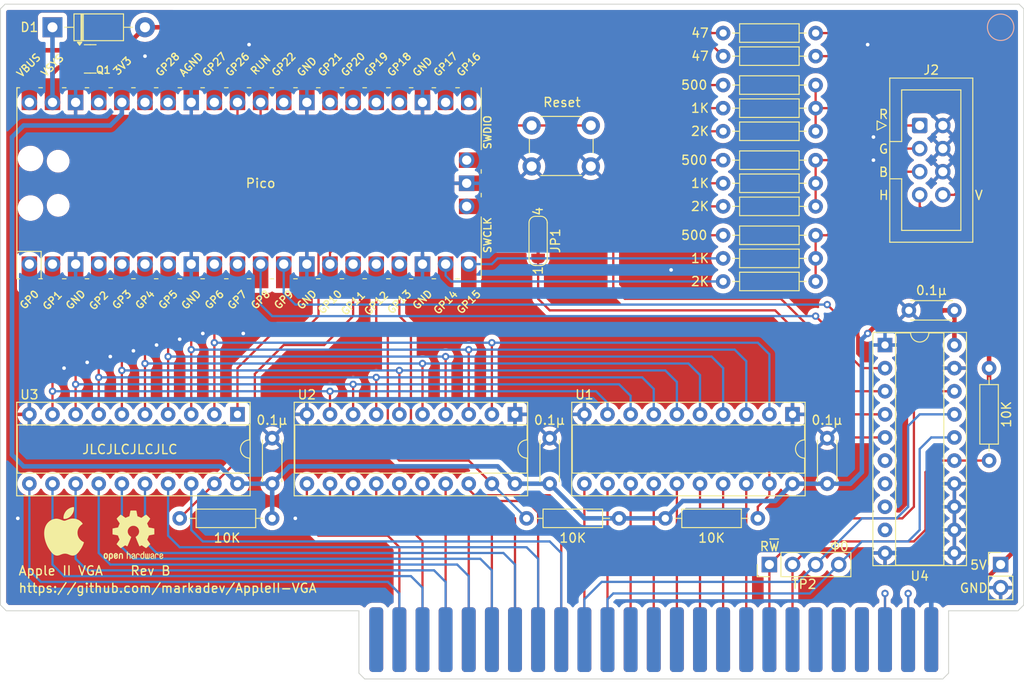
<source format=kicad_pcb>
(kicad_pcb (version 20240108) (generator "pcbnew") (generator_version "8.0")
  (title_block (title "Apple II VGA Card") (date "2023-09-09") (rev "B") (comment 1 "Licensed under CERN-OHL-P V2.0 (https://ohwr.org/cern_ohl_p_v2.txt)") (comment 2 "Copyright (c) 2021-2023 Mark Aikens"))
  (layers (0 "F.Cu" signal) (31 "B.Cu" signal) (35 "F.Paste" user) (37 "F.SilkS" user "F.Silkscreen") (38 "B.Mask" user) (39 "F.Mask" user) (44 "Edge.Cuts" user))
  (net 0 "")
  (net 1 "+5V")
  (net 2 "GND")
  (net 3 "+3.3V")
  (net 4 "~{DMAPASS}")
  (net 5 "~{INTPASS}")
  (net 6 "/DA0")
  (net 7 "/DA1")
  (net 8 "/DA2")
  (net 9 "/DA3")
  (net 10 "/DA4")
  (net 11 "/DA5")
  (net 12 "/DA6")
  (net 13 "/DA7")
  (net 14 "/VSYS")
  (net 16 "SYNC")
  (net 21 "PHI0")
  (net 22 "R~{W}")
  (net 23 "VGA_VSYNC")
  (net 24 "VGA_HSYNC")
  (net 25 "VGA_B")
  (net 26 "VGA_G")
  (net 27 "VGA_R")
  (net 38 "RUN")
  (net 40 "~{DEVSEL}")
  (net 41 "Net-(U6-GPIO22)")
  (net 42 "Net-(U6-GPIO21)")
  (net 43 "Net-(U6-GPIO20)")
  (net 44 "Net-(U6-GPIO19)")
  (net 45 "Net-(U6-GPIO18)")
  (net 46 "Net-(U6-GPIO17)")
  (net 47 "Net-(U6-GPIO16)")
  (net 48 "Net-(U6-GPIO15)")
  (net 49 "Net-(U6-GPIO14)")
  (net 50 "Net-(U6-GPIO28_ADC2)")
  (net 51 "Net-(U6-GPIO27_ADC1)")
  (net 52 "Net-(U1-CE)")
  (net 53 "Net-(U2-CE)")
  (net 54 "Net-(U3-CE)")
  (net 55 "Net-(U4-A0)")
  (net 56 "Net-(U4-A1)")
  (net 57 "Net-(JP1-Pin_2)")
  (net 60 "PHI0_3.3")
  (net 63 "/VBUS")
  (net 68 "/A8")
  (net 69 "/A9")
  (net 70 "/A10")
  (net 71 "/A11")
  (net 72 "/A12")
  (net 73 "/A13")
  (net 74 "/A14")
  (net 75 "/A15")
  (net 76 "/A0")
  (net 77 "/A1")
  (net 78 "/A2")
  (net 79 "/A3")
  (net 80 "/A4")
  (net 81 "/A5")
  (net 82 "/A6")
  (net 83 "/A7")
  (net 84 "/D0")
  (net 85 "/D1")
  (net 86 "/D2")
  (net 87 "/D3")
  (net 88 "/D4")
  (net 89 "/D5")
  (net 90 "/D6")
  (net 91 "/D7")
  (net 92 "Net-(JP1-Pin_3)")
  (net 93 "Net-(JP1-Pin_1)")
  (footprint "AppleVGA:AppleIIBus_Edge" (layer "F.Cu") (at 152.4 136.525)
    (property "Reference" "J1" (hide yes))
    (property "Value" "AppleIIBus" (hide yes))
    (fp_line (start -32.385 3.683) (end -32.385 -3.175) (stroke (width 0.1)) (layer "Edge.Cuts"))
    (fp_line (start -31.75 4.318) (end -32.385 3.683) (stroke (width 0.1)) (layer "Edge.Cuts"))
    (fp_line (start 31.75 4.318) (end -31.75 4.318) (stroke (width 0.1)) (layer "Edge.Cuts"))
    (fp_line (start 31.75 4.318) (end 32.385 3.683) (stroke (width 0.1)) (layer "Edge.Cuts"))
    (fp_line (start 32.385 -3.175) (end 32.385 3.683) (stroke (width 0.1)) (layer "Edge.Cuts"))
  )
  (footprint "AppleVGA:R_Axial_DIN0207_L6.3mm_D2.5mm_P10.16mm_Thin_Horizontal" (layer "F.Cu") (at 160.02 80.645)
    (property "Reference" "R6" (hide yes))
    (property "Value" "2K")
  )
  (footprint "AppleVGA:R_Axial_DIN0207_L6.3mm_D2.5mm_P10.16mm_Thin_Horizontal" (layer "F.Cu") (at 160.02 83.82)
    (property "Reference" "R7" (hide yes))
    (property "Value" "500")
  )
  (footprint "AppleVGA:R_Axial_DIN0207_L6.3mm_D2.5mm_P10.16mm_Thin_Horizontal" (layer "F.Cu") (at 160.02 72.39)
    (property "Reference" "R14" (hide yes))
    (property "Value" "47")
  )
  (footprint "AppleVGA:R_Axial_DIN0207_L6.3mm_D2.5mm_P10.16mm_Thin_Horizontal" (layer "F.Cu") (at 160.02 69.85)
    (property "Reference" "R13" (hide yes))
    (property "Value" "47")
  )
  (footprint "AppleVGA:R_Axial_DIN0207_L6.3mm_D2.5mm_P10.16mm_Thin_Horizontal" (layer "F.Cu") (at 160.02 94.615)
    (property "Reference" "R11" (hide yes))
    (property "Value" "1K")
  )
  (footprint "AppleVGA:R_Axial_DIN0207_L6.3mm_D2.5mm_P10.16mm_Thin_Horizontal" (layer "F.Cu") (at 160.02 97.155)
    (property "Reference" "R12" (hide yes))
    (property "Value" "2K")
  )
  (footprint "AppleVGA:R_Axial_DIN0207_L6.3mm_D2.5mm_P10.16mm_Thin_Horizontal" (layer "F.Cu") (at 160.02 92.075)
    (property "Reference" "R10" (hide yes))
    (property "Value" "500")
  )
  (footprint "AppleVGA:R_Axial_DIN0207_L6.3mm_D2.5mm_P10.16mm_Thin_Horizontal" (layer "F.Cu") (at 160.02 86.36)
    (property "Reference" "R8" (hide yes))
    (property "Value" "1K")
  )
  (footprint "AppleVGA:R_Axial_DIN0207_L6.3mm_D2.5mm_P10.16mm_Thin_Horizontal" (layer "F.Cu") (at 160.02 88.9)
    (property "Reference" "R9" (hide yes))
    (property "Value" "2K")
  )
  (footprint "MCU_RaspberryPi_and_Boards:RPi_Pico_SMD_TH" (layer "F.Cu") (at 107.95 86.36 90)
    (property "Reference" "U6" (hide yes))
    (property "Value" "Pico")
  )
  (footprint "Diode_THT:D_DO-41_SOD81_P10.16mm_Horizontal" (layer "F.Cu") (at 86.36 69.215)
    (property "Reference" "D1")
    (property "Value" "1N5817" (hide yes))
  )
  (footprint "Button_Switch_THT:SW_PUSH_6mm_H5mm" (layer "F.Cu") (at 138.99 80.01)
    (property "Reference" "SW1" (hide yes))
    (property "Value" "Reset")
  )
  (footprint "Package_DIP:DIP-20_W7.62mm_Socket" (layer "F.Cu") (at 167.64 111.76 -90)
    (property "Reference" "U1")
    (property "Value" "74LVC245" (hide yes))
  )
  (footprint "Package_DIP:DIP-20_W7.62mm_Socket" (layer "F.Cu") (at 106.68 111.76 -90)
    (property "Reference" "U3")
    (property "Value" "74LVC245" (hide yes))
  )
  (footprint "Package_DIP:DIP-20_W7.62mm_Socket" (layer "F.Cu") (at 137.16 111.76 -90)
    (property "Reference" "U2")
    (property "Value" "74LVC245" (hide yes))
  )
  (footprint "Package_DIP:DIP-20_W7.62mm_Socket" (layer "F.Cu") (at 177.8 104.14)
    (property "Reference" "U4")
    (property "Value" "74LVC245" (hide yes))
  )
  (footprint "Capacitor_THT:C_Disc_D4.3mm_W1.9mm_P5.00mm" (layer "F.Cu") (at 110.49 119.38 90)
    (property "Reference" "C3" (hide yes))
    (property "Value" "0.1μ")
  )
  (footprint "Capacitor_THT:C_Disc_D4.3mm_W1.9mm_P5.00mm" (layer "F.Cu") (at 171.45 119.38 90)
    (property "Reference" "C1" (hide yes))
    (property "Value" "0.1μ")
  )
  (footprint "Connector_IDC:IDC-Header_2x04_P2.54mm_Vertical" (layer "F.Cu") (at 181.61 80.01)
    (property "Reference" "J2")
    (property "Value" "VGA")
  )
  (footprint "AppleVGA:R_Axial_DIN0207_L6.3mm_D2.5mm_P10.16mm_Thin_Horizontal" (layer "F.Cu") (at 160.02 78.105)
    (property "Reference" "R5" (hide yes))
    (property "Value" "1K")
  )
  (footprint "AppleVGA:R_Axial_DIN0207_L6.3mm_D2.5mm_P10.16mm_Thin_Horizontal" (layer "F.Cu") (at 160.02 75.565)
    (property "Reference" "R4" (hide yes))
    (property "Value" "500")
  )
  (footprint "AppleVGA:R_Axial_DIN0207_L6.3mm_D2.5mm_P10.16mm_Thin_Horizontal" (layer "F.Cu") (at 153.67 123.19)
    (property "Reference" "R1" (hide yes))
    (property "Value" "10K")
  )
  (footprint "AppleVGA:SolderJumper-4_P1.3mm_Bridged12_34_RoundedPad1.0x1.5mm_NumberLabels" (layer "F.Cu") (at 139.7 93.345 90)
    (property "Reference" "JP1")
    (property "Value" "JumperPads" (hide yes))
  )
  (footprint "AppleVGA:R_Axial_DIN0207_L6.3mm_D2.5mm_P10.16mm_Thin_Horizontal" (layer "F.Cu") (at 189.23 106.68 -90)
    (property "Reference" "R15" (hide yes))
    (property "Value" "10K")
  )
  (footprint "Connector_PinHeader_2.54mm:PinHeader_1x02_P2.54mm_Vertical" (layer "F.Cu") (at 190.5 128.27)
    (property "Reference" "TP1" (hide yes))
    (property "Value" "PowerTestPoints" (hide yes))
  )
  (footprint "Capacitor_THT:C_Disc_D4.3mm_W1.9mm_P5.00mm" (layer "F.Cu") (at 140.97 119.38 90)
    (property "Reference" "C2" (hide yes))
    (property "Value" "0.1μ")
  )
  (footprint "Package_TO_SOT_SMD:SOT-23" (layer "F.Cu") (at 90.5025 72.6925)
    (property "Reference" "Q1")
    (property "Value" "DMG2305UX-7" (hide yes))
  )
  (footprint "AppleVGA:AppleLogo_5mm" (layer "F.Cu") (at 87.678318 120.612326)
    (property "Reference" "LOGO1" (hide yes))
    (property "Value" "AppleLogo_5mm" (hide yes))
  )
  (footprint "Connector_PinHeader_2.54mm:PinHeader_1x04_P2.54mm_Vertical" (layer "F.Cu") (at 165.1 128.27 90)
    (property "Reference" "TP2")
    (property "Value" "SignalTestPoints" (hide yes))
  )
  (footprint "AppleVGA:R_Axial_DIN0207_L6.3mm_D2.5mm_P10.16mm_Thin_Horizontal" (layer "F.Cu") (at 110.49 123.19 180)
    (property "Reference" "R3" (hide yes))
    (property "Value" "10K")
  )
  (footprint "Capacitor_THT:C_Disc_D4.3mm_W1.9mm_P5.00mm" (layer "F.Cu") (at 185.42 100.33 180)
    (property "Reference" "C4" (hide yes))
    (property "Value" "0.1μ")
  )
  (footprint "Symbol:OSHW-Logo2_7.3x6mm_SilkScreen" (layer "F.Cu") (at 95.25 125.095)
    (property "Reference" "REF**" (hide yes))
    (property "Value" "OSHW-Logo2_7.3x6mm_SilkScreen" (hide yes))
  )
  (footprint "AppleVGA:R_Axial_DIN0207_L6.3mm_D2.5mm_P10.16mm_Thin_Horizontal" (layer "F.Cu") (at 148.59 123.19 180)
    (property "Reference" "R2" (hide yes))
    (property "Value" "10K")
  )
  (footprint "TestPoint:TestPoint_Pad_D2.5mm" (layer "B.Cu") (at 190.5 69.215 180)
    (property "Reference" "REF**" (hide yes))
    (property "Value" "TestPoint_Pad_D2.5mm")
  )
  (gr_line (start 193.04 132.715) (end 193.04 67.183) (stroke (width 0.1)) (layer "Edge.Cuts"))
  (gr_line (start 192.532 66.675) (end 81.153 66.675) (stroke (width 0.1)) (layer "Edge.Cuts"))
  (gr_line (start 81.28 133.35) (end 120.015 133.35) (stroke (width 0.1)) (layer "Edge.Cuts"))
  (gr_line (start 184.785 133.35) (end 192.405 133.35) (stroke (width 0.1)) (layer "Edge.Cuts"))
  (gr_line (start 81.153 66.675) (end 80.645 67.183) (stroke (width 0.1)) (layer "Edge.Cuts"))
  (gr_line (start 192.532 66.675) (end 193.04 67.183) (stroke (width 0.1)) (layer "Edge.Cuts"))
  (gr_line (start 80.645 132.715) (end 81.28 133.35) (stroke (width 0.1)) (layer "Edge.Cuts"))
  (gr_line (start 192.405 133.35) (end 193.04 132.715) (stroke (width 0.1)) (layer "Edge.Cuts"))
  (gr_line (start 80.645 67.183) (end 80.645 132.715) (stroke (width 0.1)) (layer "Edge.Cuts"))
  (gr_text "GND" (at 185.928 131.445 0) (layer "F.SilkS") (effects (font (size 1 1)) (justify left bottom)))
  (gr_text "R" (at 177.038 79.375 0) (layer "F.SilkS") (effects (font (size 1 1)) (justify left bottom)))
  (gr_text "Apple II VGA    Rev B" (at 82.55 129.54 0) (layer "F.SilkS") (effects (font (size 1 1)) (justify left bottom)))
  (gr_text "V" (at 187.579 88.265 0) (layer "F.SilkS") (effects (font (size 1 1)) (justify left bottom)))
  (gr_text "JLCJLCJLCJLC" (at 89.535 116.205 0) (layer "F.SilkS") (effects (font (size 1.016 1.016) (thickness 0.1524)) (justify left bottom)))
  (gr_text "H" (at 177.038 88.265 0) (layer "F.SilkS") (effects (font (size 1 1)) (justify left bottom)))
  (gr_text "G" (at 177.038 83.185 0) (layer "F.SilkS") (effects (font (size 1 1)) (justify left bottom)))
  (gr_text "5V" (at 187.071 128.905 0) (layer "F.SilkS") (effects (font (size 1 1)) (justify left bottom)))
  (gr_text "R~{W}" (at 163.957 126.873 0) (layer "F.SilkS") (effects (font (size 1 1)) (justify left bottom)))
  (gr_text "B" (at 177.038 85.725 0) (layer "F.SilkS") (effects (font (size 1 1)) (justify left bottom)))
  (gr_text "https://github.com/markadev/AppleII-VGA" (at 82.55 131.445 0) (layer "F.SilkS") (effects (font (size 1 1)) (justify left bottom)))
  (gr_text "Φ0" (at 171.704 126.873 0) (layer "F.SilkS") (effects (font (size 1 1)) (justify left bottom)))
  (segment (start 189.23 104.775) (end 191.77 102.235) (width 0.5) (layer "F.Cu") (net 1))
  (segment (start 182.88 132.08) (end 182.88 136.525) (width 0.5) (layer "F.Cu") (net 1))
  (segment (start 91.44 72.6925) (end 93.0425 72.6925) (width 0.5) (layer "F.Cu") (net 1))
  (segment (start 190.5 128.27) (end 187.96 130.81) (width 0.5) (layer "F.Cu") (net 1))
  (segment (start 191.77 127) (end 190.5 128.27) (width 0.5) (layer "F.Cu") (net 1))
  (segment (start 191.77 73.025) (end 191.77 102.235) (width 0.5) (layer "F.Cu") (net 1))
  (segment (start 191.77 111.125) (end 191.77 127) (width 0.5) (layer "F.Cu") (net 1))
  (segment (start 186.69 67.945) (end 191.77 73.025) (width 0.5) (layer "F.Cu") (net 1))
  (segment (start 184.15 130.81) (end 182.88 132.08) (width 0.5) (layer "F.Cu") (net 1))
  (segment (start 189.23 106.68) (end 189.23 104.775) (width 0.5) (layer "F.Cu") (net 1))
  (segment (start 100.33 67.945) (end 186.69 67.945) (width 0.5) (layer "F.Cu") (net 1))
  (segment (start 93.0425 72.6925) (end 96.52 69.215) (width 0.5) (layer "F.Cu") (net 1))
  (segment (start 189.23 106.68) (end 189.23 108.585) (width 0.5) (layer "F.Cu") (net 1))
  (segment (start 189.23 108.585) (end 191.77 111.125) (width 0.5) (layer "F.Cu") (net 1))
  (segment (start 96.52 69.215) (end 99.06 69.215) (width 0.5) (layer "F.Cu") (net 1))
  (segment (start 187.96 130.81) (end 184.15 130.81) (width 0.5) (layer "F.Cu") (net 1))
  (segment (start 99.06 69.215) (end 100.33 67.945) (width 0.5) (layer "F.Cu") (net 1))
  (via (at 176.53 81.28) (size 0.8) (drill 0.4) (layers "F.Cu" "B.Cu") (net 2))
  (via (at 97.79 104.14) (size 0.8) (drill 0.4) (layers "F.Cu" "B.Cu") (net 2))
  (via (at 154.305 95.885) (size 0.8) (drill 0.4) (layers "F.Cu" "B.Cu") (net 2))
  (via (at 113.03 123.19) (size 0.8) (drill 0.4) (layers "F.Cu" "B.Cu") (net 2))
  (via (at 102.87 102.87) (size 0.8) (drill 0.4) (layers "F.Cu" "B.Cu") (net 2))
  (via (at 92.71 105.41) (size 0.8) (drill 0.4) (layers "F.Cu" "B.Cu") (net 2))
  (via (at 100.33 103.505) (size 0.8) (drill 0.4) (layers "F.Cu" "B.Cu") (net 2))
  (via (at 90.17 106.045) (size 0.8) (drill 0.4) (layers "F.Cu" "B.Cu") (net 2))
  (via (at 82.55 123.19) (size 0.8) (drill 0.4) (layers "F.Cu" "B.Cu") (net 2))
  (via (at 87.63 106.68) (size 0.8) (drill 0.4) (layers "F.Cu" "B.Cu") (net 2))
  (via (at 175.895 71.12) (size 0.8) (drill 0.4) (layers "F.Cu" "B.Cu") (net 2))
  (via (at 176.53 83.82) (size 0.8) (drill 0.4) (layers "F.Cu" "B.Cu") (net 2))
  (via (at 95.25 104.775) (size 0.8) (drill 0.4) (layers "F.Cu" "B.Cu") (net 2))
  (via (at 96.52 72.39) (size 0.8) (drill 0.4) (layers "F.Cu" "B.Cu") (net 2))
  (via (at 107.315 102.87) (size 0.8) (drill 0.4) (layers "F.Cu" "B.Cu") (net 2))
  (via (at 107.95 71.12) (size 0.8) (drill 0.4) (layers "F.Cu" "B.Cu") (net 2))
  (segment (start 182.88 137.16) (end 182.88 130.175) (width 0.5) (layer "B.Cu") (net 2))
  (segment (start 182.88 130.175) (end 179.705 127) (width 0.5) (layer "B.Cu") (net 2))
  (segment (start 179.705 127) (end 177.8 127) (width 0.5) (layer "B.Cu") (net 2))
  (segment (start 176.53 102.235) (end 175.895 102.87) (width 0.5) (layer "F.Cu") (net 3))
  (segment (start 185.42 100.33) (end 185.42 104.14) (width 0.5) (layer "F.Cu") (net 3))
  (segment (start 184.15 100.33) (end 185.42 100.33) (width 0.5) (layer "F.Cu") (net 3))
  (segment (start 182.245 102.235) (end 176.53 102.235) (width 0.5) (layer "F.Cu") (net 3))
  (segment (start 182.245 102.235) (end 184.15 100.33) (width 0.5) (layer "F.Cu") (net 3))
  (via (at 175.895 102.87) (size 0.8) (drill 0.4) (layers "F.Cu" "B.Cu") (net 3))
  (segment (start 135.255 117.475) (end 137.16 119.38) (width 0.5) (layer "B.Cu") (net 3))
  (segment (start 171.45 119.38) (end 173.99 119.38) (width 0.5) (layer "B.Cu") (net 3))
  (segment (start 81.915 81.28) (end 81.915 116.205) (width 0.5) (layer "B.Cu") (net 3))
  (segment (start 140.97 119.38) (end 144.78 123.19) (width 0.5) (layer "B.Cu") (net 3))
  (segment (start 153.67 123.19) (end 155.575 121.285) (width 0.5) (layer "B.Cu") (net 3))
  (segment (start 171.45 119.38) (end 167.64 119.38) (width 0.5) (layer "B.Cu") (net 3))
  (segment (start 175.26 118.11) (end 175.26 103.505) (width 0.5) (layer "B.Cu") (net 3))
  (segment (start 137.16 119.38) (end 140.97 119.38) (width 0.5) (layer "B.Cu") (net 3))
  (segment (start 173.99 119.38) (end 175.26 118.11) (width 0.5) (layer "B.Cu") (net 3))
  (segment (start 83.185 80.01) (end 81.915 81.28) (width 0.5) (layer "B.Cu") (net 3))
  (segment (start 175.26 103.505) (end 175.895 102.87) (width 0.5) (layer "B.Cu") (net 3))
  (segment (start 104.775 117.475) (end 106.68 119.38) (width 0.5) (layer "B.Cu") (net 3))
  (segment (start 144.78 123.19) (end 153.67 123.19) (width 0.5) (layer "B.Cu") (net 3))
  (segment (start 93.98 78.74) (end 92.71 80.01) (width 0.5) (layer "B.Cu") (net 3))
  (segment (start 93.98 77.47) (end 93.98 78.74) (width 0.5) (layer "B.Cu") (net 3))
  (segment (start 83.185 117.475) (end 104.775 117.475) (width 0.5) (layer "B.Cu") (net 3))
  (segment (start 81.915 116.205) (end 83.185 117.475) (width 0.5) (layer "B.Cu") (net 3))
  (segment (start 110.49 119.38) (end 112.395 117.475) (width 0.5) (layer "B.Cu") (net 3))
  (segment (start 167.64 119.38) (end 165.735 121.285) (width 0.5) (layer "B.Cu") (net 3))
  (segment (start 165.735 121.285) (end 155.575 121.285) (width 0.5) (layer "B.Cu") (net 3))
  (segment (start 110.49 119.38) (end 106.68 119.38) (width 0.5) (layer "B.Cu") (net 3))
  (segment (start 110.49 119.38) (end 110.49 123.19) (width 0.5) (layer "B.Cu") (net 3))
  (segment (start 112.395 117.475) (end 135.255 117.475) (width 0.5) (layer "B.Cu") (net 3))
  (segment (start 92.71 80.01) (end 83.185 80.01) (width 0.5) (layer "B.Cu") (net 3))
  (segment (start 180.34 137.16) (end 180.34 131.445) (width 0.25) (layer "F.Cu") (net 4))
  (via (at 180.34 131.445) (size 0.8) (drill 0.4) (layers "F.Cu" "B.Cu") (net 4))
  (segment (start 180.34 137.16) (end 180.34 131.445) (width 0.25) (layer "B.Cu") (net 4))
  (segment (start 177.8 137.16) (end 177.8 131.445) (width 0.25) (layer "F.Cu") (net 5))
  (via (at 177.8 131.445) (size 0.8) (drill 0.4) (layers "F.Cu" "B.Cu") (net 5))
  (segment (start 177.8 137.16) (end 177.8 131.445) (width 0.25) (layer "B.Cu") (net 5))
  (segment (start 83.82 95.25) (end 83.82 100.33) (width 0.25) (layer "F.Cu") (net 6))
  (segment (start 86.36 109.22) (end 86.36 111.76) (width 0.25) (layer "F.Cu") (net 6))
  (segment (start 86.36 102.87) (end 83.82 100.33) (width 0.25) (layer "F.Cu") (net 6))
  (segment (start 116.84 111.76) (end 116.84 109.22) (width 0.25) (layer "F.Cu") (net 6))
  (segment (start 86.36 109.22) (end 86.36 102.87) (width 0.25) (layer "F.Cu") (net 6))
  (via (at 116.84 109.22) (size 0.8) (drill 0.4) (layers "F.Cu" "B.Cu") (net 6))
  (via (at 86.36 109.22) (size 0.8) (drill 0.4) (layers "F.Cu" "B.Cu") (net 6))
  (segment (start 86.36 109.22) (end 116.84 109.22) (width 0.25) (layer "B.Cu") (net 6))
  (segment (start 116.84 109.22) (end 146.05 109.22) (width 0.25) (layer "B.Cu") (net 6))
  (segment (start 147.32 110.49) (end 147.32 111.76) (width 0.25) (layer "B.Cu") (net 6))
  (segment (start 146.05 109.22) (end 147.32 110.49) (width 0.25) (layer "B.Cu") (net 6))
  (segment (start 86.36 95.25) (end 86.36 99.695) (width 0.25) (layer "F.Cu") (net 7))
  (segment (start 88.9 111.76) (end 88.9 102.235) (width 0.25) (layer "F.Cu") (net 7))
  (segment (start 88.9 102.235) (end 86.36 99.695) (width 0.25) (layer "F.Cu") (net 7))
  (segment (start 119.38 108.458) (end 119.38 111.76) (width 0.25) (layer "F.Cu") (net 7))
  (via (at 119.38 108.458) (size 0.8) (drill 0.4) (layers "F.Cu" "B.Cu") (net 7))
  (via (at 88.9 108.458) (size 0.8) (drill 0.4) (layers "F.Cu" "B.Cu") (net 7))
  (segment (start 148.59 108.458) (end 149.86 109.728) (width 0.25) (layer "B.Cu") (net 7))
  (segment (start 119.38 108.458) (end 148.59 108.458) (width 0.25) (layer "B.Cu") (net 7))
  (segment (start 88.9 108.458) (end 119.38 108.458) (width 0.25) (layer "B.Cu") (net 7))
  (segment (start 149.86 109.728) (end 149.86 111.76) (width 0.25) (layer "B.Cu") (net 7))
  (segment (start 121.92 107.696) (end 121.92 111.76) (width 0.25) (layer "F.Cu") (net 8))
  (segment (start 91.44 111.76) (end 91.44 95.25) (width 0.25) (layer "F.Cu") (net 8))
  (via (at 121.92 107.696) (size 0.8) (drill 0.4) (layers "F.Cu" "B.Cu") (net 8))
  (via (at 91.44 107.696) (size 0.8) (drill 0.4) (layers "F.Cu" "B.Cu") (net 8))
  (segment (start 121.92 107.696) (end 151.13 107.696) (width 0.25) (layer "B.Cu") (net 8))
  (segment (start 151.13 107.696) (end 152.4 108.966) (width 0.25) (layer "B.Cu") (net 8))
  (segment (start 91.44 107.696) (end 121.92 107.696) (width 0.25) (layer "B.Cu") (net 8))
  (segment (start 152.4 108.966) (end 152.4 111.76) (width 0.25) (layer "B.Cu") (net 8))
  (segment (start 93.98 111.76) (end 93.98 95.25) (width 0.25) (layer "F.Cu") (net 9))
  (segment (start 124.46 106.934) (end 124.46 111.76) (width 0.25) (layer "F.Cu") (net 9))
  (via (at 93.98 106.934) (size 0.8) (drill 0.4) (layers "F.Cu" "B.Cu") (net 9))
  (via (at 124.46 106.934) (size 0.8) (drill 0.4) (layers "F.Cu" "B.Cu") (net 9))
  (segment (start 124.46 106.934) (end 153.67 106.934) (width 0.25) (layer "B.Cu") (net 9))
  (segment (start 93.98 106.934) (end 124.46 106.934) (width 0.25) (layer "B.Cu") (net 9))
  (segment (start 153.67 106.934) (end 154.94 108.204) (width 0.25) (layer "B.Cu") (net 9))
  (segment (start 154.94 108.204) (end 154.94 111.76) (width 0.25) (layer "B.Cu") (net 9))
  (segment (start 96.52 111.76) (end 96.52 95.25) (width 0.25) (layer "F.Cu") (net 10))
  (segment (start 127 106.172) (end 127 111.76) (width 0.25) (layer "F.Cu") (net 10))
  (via (at 127 106.172) (size 0.8) (drill 0.4) (layers "F.Cu" "B.Cu") (net 10))
  (via (at 96.52 106.172) (size 0.8) (drill 0.4) (layers "F.Cu" "B.Cu") (net 10))
  (segment (start 96.52 106.172) (end 127 106.172) (width 0.25) (layer "B.Cu") (net 10))
  (segment (start 127 106.172) (end 156.21 106.172) (width 0.25) (layer "B.Cu") (net 10))
  (segment (start 156.21 106.172) (end 157.48 107.442) (width 0.25) (layer "B.Cu") (net 10))
  (segment (start 157.48 107.442) (end 157.48 111.76) (width 0.25) (layer "B.Cu") (net 10))
  (segment (start 129.54 105.41) (end 129.54 111.76) (width 0.25) (layer "F.Cu") (net 11))
  (segment (start 99.06 111.76) (end 99.06 95.25) (width 0.25) (layer "F.Cu") (net 11))
  (via (at 99.06 105.41) (size 0.8) (drill 0.4) (layers "F.Cu" "B.Cu") (net 11))
  (via (at 129.54 105.41) (size 0.8) (drill 0.4) (layers "F.Cu" "B.Cu") (net 11))
  (segment (start 158.75 105.41) (end 160.02 106.68) (width 0.25) (layer "B.Cu") (net 11))
  (segment (start 129.54 105.41) (end 158.75 105.41) (width 0.25) (layer "B.Cu") (net 11))
  (segment (start 160.02 106.68) (end 160.02 111.76) (width 0.25) (layer "B.Cu") (net 11))
  (segment (start 99.06 105.41) (end 129.54 105.41) (width 0.25) (layer "B.Cu") (net 11))
  (segment (start 132.08 104.648) (end 132.08 111.76) (width 0.25) (layer "F.Cu") (net 12))
  (segment (start 104.14 95.25) (end 104.14 99.695) (width 0.25) (layer "F.Cu") (net 12))
  (segment (start 101.6 111.76) (end 101.6 104.648) (width 0.25) (layer "F.Cu") (net 12))
  (segment (start 104.14 99.695) (end 101.6 102.235) (width 0.25) (layer "F.Cu") (net 12))
  (segment (start 101.6 102.235) (end 101.6 104.648) (width 0.25) (layer "F.Cu") (net 12))
  (via (at 101.6 104.648) (size 0.8) (drill 0.4) (layers "F.Cu" "B.Cu") (net 12))
  (via (at 132.08 104.648) (size 0.8) (drill 0.4) (layers "F.Cu" "B.Cu") (net 12))
  (segment (start 162.56 105.918) (end 162.56 111.76) (width 0.25) (layer "B.Cu") (net 12))
  (segment (start 132.08 104.648) (end 161.29 104.648) (width 0.25) (layer "B.Cu") (net 12))
  (segment (start 161.29 104.648) (end 162.56 105.918) (width 0.25) (layer "B.Cu") (net 12))
  (segment (start 101.6 104.648) (end 132.08 104.648) (width 0.25) (layer "B.Cu") (net 12))
  (segment (start 134.62 103.886) (end 134.62 111.76) (width 0.25) (layer "F.Cu") (net 13))
  (segment (start 104.14 102.87) (end 104.14 103.886) (width 0.25) (layer "F.Cu") (net 13))
  (segment (start 106.68 100.33) (end 106.68 95.25) (width 0.25) (layer "F.Cu") (net 13))
  (segment (start 104.14 111.76) (end 104.14 103.886) (width 0.25) (layer "F.Cu") (net 13))
  (segment (start 104.14 102.87) (end 106.68 100.33) (width 0.25) (layer "F.Cu") (net 13))
  (via (at 134.62 103.886) (size 0.8) (drill 0.4) (layers "F.Cu" "B.Cu") (net 13))
  (via (at 104.14 103.886) (size 0.8) (drill 0.4) (layers "F.Cu" "B.Cu") (net 13))
  (segment (start 104.14 103.886) (end 134.62 103.886) (width 0.25) (layer "B.Cu") (net 13))
  (segment (start 134.62 103.886) (end 163.83 103.886) (width 0.25) (layer "B.Cu") (net 13))
  (segment (start 165.1 105.156) (end 165.1 111.76) (width 0.25) (layer "B.Cu") (net 13))
  (segment (start 163.83 103.886) (end 165.1 105.156) (width 0.25) (layer "B.Cu") (net 13))
  (segment (start 87.0125 73.6425) (end 86.36 74.295) (width 0.5) (layer "F.Cu") (net 14))
  (segment (start 89.565 73.6425) (end 87.0125 73.6425) (width 0.5) (layer "F.Cu") (net 14))
  (segment (start 86.36 74.295) (end 86.36 77.47) (width 0.5) (layer "F.Cu") (net 14))
  (segment (start 86.36 69.215) (end 86.36 77.47) (width 0.5) (layer "B.Cu") (net 14))
  (segment (start 167.64 128.27) (end 170.18 125.73) (width 0.25) (layer "F.Cu") (net 16))
  (segment (start 183.515 116.84) (end 185.42 116.84) (width 0.25) (layer "F.Cu") (net 16))
  (segment (start 182.245 124.46) (end 182.245 118.11) (width 0.25) (layer "F.Cu") (net 16))
  (segment (start 182.245 118.11) (end 183.515 116.84) (width 0.25) (layer "F.Cu") (net 16))
  (segment (start 189.23 116.84) (end 185.42 116.84) (width 0.25) (layer "F.Cu") (net 16))
  (segment (start 167.64 136.525) (end 167.64 128.27) (width 0.25) (layer "F.Cu") (net 16))
  (segment (start 180.975 125.73) (end 182.245 124.46) (width 0.25) (layer "F.Cu") (net 16))
  (segment (start 170.18 125.73) (end 180.975 125.73) (width 0.25) (layer "F.Cu") (net 16))
  (segment (start 147.955 131.445) (end 147.32 132.08) (width 0.25) (layer "B.Cu") (net 21))
  (segment (start 169.545 131.445) (end 147.955 131.445) (width 0.25) (layer "B.Cu") (net 21))
  (segment (start 180.34 125.73) (end 181.61 124.46) (width 0.25) (layer "B.Cu") (net 21))
  (segment (start 172.72 128.27) (end 169.545 131.445) (width 0.25) (layer "B.Cu") (net 21))
  (segment (start 182.88 114.3) (end 185.42 114.3) (width 0.25) (layer "B.Cu") (net 21))
  (segment (start 175.26 125.73) (end 180.34 125.73) (width 0.25) (layer "B.Cu") (net 21))
  (segment (start 147.32 132.08) (end 147.32 137.16) (width 0.25) (layer "B.Cu") (net 21))
  (segment (start 172.72 128.27) (end 175.26 125.73) (width 0.25) (layer "B.Cu") (net 21))
  (segment (start 181.61 124.46) (end 181.61 115.57) (width 0.25) (layer "B.Cu") (net 21))
  (segment (start 181.61 115.57) (end 182.88 114.3) (width 0.25) (layer "B.Cu") (net 21))
  (segment (start 165.1 128.27) (end 170.18 123.19) (width 0.25) (layer "F.Cu") (net 22))
  (segment (start 165.1 136.525) (end 165.1 128.27) (width 0.25) (layer "F.Cu") (net 22))
  (segment (start 179.705 123.19) (end 180.975 121.92) (width 0.25) (layer "F.Cu") (net 22))
  (segment (start 170.18 123.19) (end 179.705 123.19) (width 0.25) (layer "F.Cu") (net 22))
  (segment (start 180.975 110.49) (end 182.245 109.22) (width 0.25) (layer "F.Cu") (net 22))
  (segment (start 182.245 109.22) (end 185.42 109.22) (width 0.25) (layer "F.Cu") (net 22))
  (segment (start 180.975 121.92) (end 180.975 110.49) (width 0.25) (layer "F.Cu") (net 22))
  (segment (start 186.69 75.565) (end 186.69 86.36) (width 0.25) (layer "F.Cu") (net 23))
  (segment (start 170.18 72.39) (end 183.515 72.39) (width 0.25) (layer "F.Cu") (net 23))
  (segment (start 183.515 72.39) (end 186.69 75.565) (width 0.25) (layer "F.Cu") (net 23))
  (segment (start 186.69 86.36) (end 185.42 87.63) (width 0.25) (layer "F.Cu") (net 23))
  (segment (start 185.42 87.63) (end 184.15 87.63) (width 0.25) (layer "F.Cu") (net 23))
  (segment (start 181.61 88.9) (end 182.88 90.17) (width 0.25) (layer "F.Cu") (net 24))
  (segment (start 181.61 87.63) (end 181.61 88.9) (width 0.25) (layer "F.Cu") (net 24))
  (segment (start 189.23 87.63) (end 189.23 74.295) (width 0.25) (layer "F.Cu") (net 24))
  (segment (start 182.88 90.17) (end 186.69 90.17) (width 0.25) (layer "F.Cu") (net 24))
  (segment (start 184.785 69.85) (end 170.18 69.85) (width 0.25) (layer "F.Cu") (net 24))
  (segment (start 184.785 69.85) (end 189.23 74.295) (width 0.25) (layer "F.Cu") (net 24))
  (segment (start 186.69 90.17) (end 189.23 87.63) (width 0.25) (layer "F.Cu") (net 24))
  (segment (start 178.435 85.09) (end 181.61 85.09) (width 0.25) (layer "F.Cu") (net 25))
  (segment (start 170.18 94.615) (end 170.18 97.155) (width 0.25) (layer "F.Cu") (net 25))
  (segment (start 170.18 92.075) (end 170.18 94.615) (width 0.25) (layer "F.Cu") (net 25))
  (segment (start 171.45 92.075) (end 178.435 85.09) (width 0.25) (layer "F.Cu") (net 25))
  (segment (start 170.18 92.075) (end 171.45 92.075) (width 0.25) (layer "F.Cu") (net 25))
  (segment (start 173.99 83.82) (end 175.26 82.55) (width 0.25) (layer "F.Cu") (net 26))
  (segment (start 170.18 83.82) (end 170.18 86.36) (width 0.25) (layer "F.Cu") (net 26))
  (segment (start 170.18 86.36) (end 170.18 88.9) (width 0.25) (layer "F.Cu") (net 26))
  (segment (start 170.18 83.82) (end 173.99 83.82) (width 0.25) (layer "F.Cu") (net 26))
  (segment (start 175.26 82.55) (end 181.61 82.55) (width 0.25) (layer "F.Cu") (net 26))
  (segment (start 170.18 78.105) (end 170.18 80.645) (width 0.25) (layer "F.Cu") (net 27))
  (segment (start 170.18 75.565) (end 170.18 78.105) (width 0.25) (layer "F.Cu") (net 27))
  (segment (start 170.18 78.105) (end 174.625 78.105) (width 0.25) (layer "F.Cu") (net 27))
  (segment (start 174.625 78.105) (end 176.53 80.01) (width 0.25) (layer "F.Cu") (net 27))
  (segment (start 176.53 80.01) (end 181.61 80.01) (width 0.25) (layer "F.Cu") (net 27))
  (segment (start 138.99 80.01) (end 145.49 80.01) (width 0.25) (layer "F.Cu") (net 38))
  (segment (start 109.22 79.085) (end 110.145 80.01) (width 0.25) (layer "F.Cu") (net 38))
  (segment (start 138.99 80.01) (end 110.145 80.01) (width 0.25) (layer "F.Cu") (net 38))
  (segment (start 109.22 77.47) (end 109.22 79.085) (width 0.25) (layer "F.Cu") (net 38))
  (segment (start 170.18 128.27) (end 168.275 130.175) (width 0.25) (layer "B.Cu") (net 40))
  (segment (start 170.18 128.27) (end 175.26 123.19) (width 0.25) (layer "B.Cu") (net 40))
  (segment (start 146.685 130.175) (end 144.78 132.08) (width 0.25) (layer "B.Cu") (net 40))
  (segment (start 180.34 121.92) (end 180.34 113.03) (width 0.25) (layer "B.Cu") (net 40))
  (segment (start 181.61 111.76) (end 185.42 111.76) (width 0.25) (layer "B.Cu") (net 40))
  (segment (start 180.34 113.03) (end 181.61 111.76) (width 0.25) (layer "B.Cu") (net 40))
  (segment (start 168.275 130.175) (end 146.685 130.175) (width 0.25) (layer "B.Cu") (net 40))
  (segment (start 179.07 123.19) (end 180.34 121.92) (width 0.25) (layer "B.Cu") (net 40))
  (segment (start 175.26 123.19) (end 179.07 123.19) (width 0.25) (layer "B.Cu") (net 40))
  (segment (start 144.78 132.08) (end 144.78 137.16) (width 0.25) (layer "B.Cu") (net 40))
  (segment (start 111.76 71.755) (end 113.03 70.485) (width 0.25) (layer "F.Cu") (net 41))
  (segment (start 156.845 74.295) (end 156.845 71.755) (width 0.25) (layer "F.Cu") (net 41))
  (segment (start 111.76 77.47) (end 111.76 71.755) (width 0.25) (layer "F.Cu") (net 41))
  (segment (start 156.845 71.755) (end 155.575 70.485) (width 0.25) (layer "F.Cu") (net 41))
  (segment (start 155.575 70.485) (end 113.03 70.485) (width 0.25) (layer "F.Cu") (net 41))
  (segment (start 160.02 75.565) (end 158.115 75.565) (width 0.25) (layer "F.Cu") (net 41))
  (segment (start 158.115 75.565) (end 156.845 74.295) (width 0.25) (layer "F.Cu") (net 41))
  (segment (start 157.48 78.105) (end 160.02 78.105) (width 0.25) (layer "F.Cu") (net 42))
  (segment (start 116.84 72.39) (end 118.11 71.12) (width 0.25) (layer "F.Cu") (net 42))
  (segment (start 154.94 71.12) (end 156.21 72.39) (width 0.25) (layer "F.Cu") (net 42))
  (segment (start 156.21 76.835) (end 157.48 78.105) (width 0.25) (layer "F.Cu") (net 42))
  (segment (start 116.84 77.47) (end 116.84 72.39) (width 0.25) (layer "F.Cu") (net 42))
  (segment (start 156.21 72.39) (end 156.21 76.835) (width 0.25) (layer "F.Cu") (net 42))
  (segment (start 118.11 71.12) (end 154.94 71.12) (width 0.25) (layer "F.Cu") (net 42))
  (segment (start 120.65 71.755) (end 154.305 71.755) (width 0.25) (layer "F.Cu") (net 43))
  (segment (start 155.575 79.375) (end 155.575 73.025) (width 0.25) (layer "F.Cu") (net 43))
  (segment (start 119.38 73.025) (end 120.65 71.755) (width 0.25) (layer "F.Cu") (net 43))
  (segment (start 119.38 77.47) (end 119.38 73.025) (width 0.25) (layer "F.Cu") (net 43))
  (segment (start 155.575 73.025) (end 154.305 71.755) (width 0.25) (layer "F.Cu") (net 43))
  (segment (start 156.845 80.645) (end 155.575 79.375) (width 0.25) (layer "F.Cu") (net 43))
  (segment (start 160.02 80.645) (end 156.845 80.645) (width 0.25) (layer "F.Cu") (net 43))
  (segment (start 153.67 82.55) (end 153.67 73.66) (width 0.25) (layer "F.Cu") (net 44))
  (segment (start 154.94 83.82) (end 153.67 82.55) (width 0.25) (layer "F.Cu") (net 44))
  (segment (start 123.19 72.39) (end 121.92 73.66) (width 0.25) (layer "F.Cu") (net 44))
  (segment (start 160.02 83.82) (end 154.94 83.82) (width 0.25) (layer "F.Cu") (net 44))
  (segment (start 153.67 73.66) (end 152.4 72.39) (width 0.25) (layer "F.Cu") (net 44))
  (segment (start 152.4 72.39) (end 123.19 72.39) (width 0.25) (layer "F.Cu") (net 44))
  (segment (start 121.92 73.66) (end 121.92 77.47) (width 0.25) (layer "F.Cu") (net 44))
  (segment (start 151.765 73.025) (end 153.035 74.295) (width 0.25) (layer "F.Cu") (net 45))
  (segment (start 124.46 77.47) (end 124.46 74.295) (width 0.25) (layer "F.Cu") (net 45))
  (segment (start 124.46 74.295) (end 125.73 73.025) (width 0.25) (layer "F.Cu") (net 45))
  (segment (start 153.035 85.09) (end 154.305 86.36) (width 0.25) (layer "F.Cu") (net 45))
  (segment (start 153.035 74.295) (end 153.035 85.09) (width 0.25) (layer "F.Cu") (net 45))
  (segment (start 154.305 86.36) (end 160.02 86.36) (width 0.25) (layer "F.Cu") (net 45))
  (segment (start 125.73 73.025) (end 151.765 73.025) (width 0.25) (layer "F.Cu") (net 45))
  (segment (start 129.54 74.93) (end 130.81 73.66) (width 0.25) (layer "F.Cu") (net 46))
  (segment (start 152.4 87.63) (end 153.67 88.9) (width 0.25) (layer "F.Cu") (net 46))
  (segment (start 130.81 73.66) (end 151.13 73.66) (width 0.25) (layer "F.Cu") (net 46))
  (segment (start 151.13 73.66) (end 152.4 74.93) (width 0.25) (layer "F.Cu") (net 46))
  (segment (start 153.67 88.9) (end 160.02 88.9) (width 0.25) (layer "F.Cu") (net 46))
  (segment (start 129.54 77.47) (end 129.54 74.93) (width 0.25) (layer "F.Cu") (net 46))
  (segment (start 152.4 74.93) (end 152.4 87.63) (width 0.25) (layer "F.Cu") (net 46))
  (segment (start 149.225 74.295) (end 133.35 74.295) (width 0.25) (layer "F.Cu") (net 47))
  (segment (start 149.225 74.295) (end 150.495 75.565) (width 0.25) (layer "F.Cu") (net 47))
  (segment (start 132.08 75.565) (end 133.35 74.295) (width 0.25) (layer "F.Cu") (net 47))
  (segment (start 150.495 75.565) (end 150.495 90.805) (width 0.25) (layer "F.Cu") (net 47))
  (segment (start 150.495 90.805) (end 151.765 92.075) (width 0.25) (layer "F.Cu") (net 47))
  (segment (start 151.765 92.075) (end 160.02 92.075) (width 0.25) (layer "F.Cu") (net 47))
  (segment (start 134.62 95.25) (end 132.08 95.25) (width 0.25) (layer "B.Cu") (net 48))
  (segment (start 135.255 94.615) (end 134.62 95.25) (width 0.25) (layer "B.Cu") (net 48))
  (segment (start 160.02 94.615) (end 135.255 94.615) (width 0.25) (layer "B.Cu") (net 48))
  (segment (start 130.175 97.155) (end 160.02 97.155) (width 0.25) (layer "B.Cu") (net 49))
  (segment (start 129.54 96.52) (end 130.175 97.155) (width 0.25) (layer "B.Cu") (net 49))
  (segment (start 129.54 95.25) (end 129.54 96.52) (width 0.25) (layer "B.Cu") (net 49))
  (segment (start 158.75 69.85) (end 160.02 69.85) (width 0.25) (layer "F.Cu") (net 50))
  (segment (start 99.06 77.47) (end 99.06 72.35) (width 0.25) (layer "F.Cu") (net 50))
  (segment (start 102.195 69.215) (end 158.115 69.215) (width 0.25) (layer "F.Cu") (net 50))
  (segment (start 99.06 72.35) (end 102.195 69.215) (width 0.25) (layer "F.Cu") (net 50))
  (segment (start 158.115 69.215) (end 158.75 69.85) (width 0.25) (layer "F.Cu") (net 50))
  (segment (start 104.14 71.12) (end 105.41 69.85) (width 0.25) (layer "F.Cu") (net 51))
  (segment (start 104.14 77.47) (end 104.14 71.12) (width 0.25) (layer "F.Cu") (net 51))
  (segment (start 105.41 69.85) (end 157.48 69.85) (width 0.25) (layer "F.Cu") (net 51))
  (segment (start 157.48 69.85) (end 160.02 72.39) (width 0.25) (layer "F.Cu") (net 51))
  (segment (start 165.1 120.65) (end 163.83 121.92) (width 0.25) (layer "F.Cu") (net 52))
  (segment (start 124.46 95.25) (end 124.46 100.965) (width 0.25) (layer "F.Cu") (net 52))
  (segment (start 127 116.205) (end 163.195 116.205) (width 0.25) (layer "F.Cu") (net 52))
  (segment (start 163.83 121.92) (end 163.83 123.19) (width 0.25) (layer "F.Cu") (net 52))
  (segment (start 163.195 116.205) (end 165.1 118.11) (width 0.25) (layer "F.Cu") (net 52))
  (segment (start 125.73 102.235) (end 125.73 114.935) (width 0.25) (layer "F.Cu") (net 52))
  (segment (start 165.1 118.11) (end 165.1 119.38) (width 0.25) (layer "F.Cu") (net 52))
  (segment (start 165.1 119.38) (end 165.1 120.65) (width 0.25) (layer "F.Cu") (net 52))
  (segment (start 125.73 114.935) (end 127 116.205) (width 0.25) (layer "F.Cu") (net 52))
  (segment (start 124.46 100.965) (end 125.73 102.235) (width 0.25) (layer "F.Cu") (net 52))
  (segment (start 132.08 116.84) (end 124.46 116.84) (width 0.25) (layer "F.Cu") (net 53))
  (segment (start 123.19 102.87) (end 121.92 101.6) (width 0.25) (layer "F.Cu") (net 53))
  (segment (start 134.62 119.38) (end 132.08 116.84) (width 0.25) (layer "F.Cu") (net 53))
  (segment (start 121.92 101.6) (end 121.92 95.25) (width 0.25) (layer "F.Cu") (net 53))
  (segment (start 124.46 116.84) (end 123.19 115.57) (width 0.25) (layer "F.Cu") (net 53))
  (segment (start 123.19 115.57) (end 123.19 102.87) (width 0.25) (layer "F.Cu") (net 53))
  (segment (start 138.43 123.19) (end 134.62 119.38) (width 0.25) (layer "B.Cu") (net 53))
  (segment (start 116.205 104.14) (end 111.76 104.14) (width 0.25) (layer "F.Cu") (net 54))
  (segment (start 108.585 107.315) (end 111.76 104.14) (width 0.25) (layer "F.Cu") (net 54))
  (segment (start 104.14 119.38) (end 108.585 114.935) (width 0.25) (layer "F.Cu") (net 54))
  (segment (start 119.38 95.25) (end 119.38 100.965) (width 0.25) (layer "F.Cu") (net 54))
  (segment (start 104.14 119.38) (end 100.33 123.19) (width 0.25) (layer "F.Cu") (net 54))
  (segment (start 108.585 114.935) (end 108.585 107.315) (width 0.25) (layer "F.Cu") (net 54))
  (segment (start 116.205 104.14) (end 119.38 100.965) (width 0.25) (layer "F.Cu") (net 54))
  (segment (start 173.99 105.41) (end 175.26 106.68) (width 0.25) (layer "F.Cu") (net 55))
  (segment (start 177.8 106.68) (end 175.26 106.68) (width 0.25) (layer "F.Cu") (net 55))
  (segment (start 173.99 102.235) (end 171.45 99.695) (width 0.25) (layer "F.Cu") (net 55))
  (segment (start 173.99 105.41) (end 173.99 102.235) (width 0.25) (layer "F.Cu") (net 55))
  (via (at 171.45 99.695) (size 0.8) (drill 0.4) (layers "F.Cu" "B.Cu") (net 55))
  (segment (start 111.76 98.425) (end 113.03 99.695) (width 0.25) (layer "B.Cu") (net 55))
  (segment (start 113.03 99.695) (end 171.45 99.695) (width 0.25) (layer "B.Cu") (net 55))
  (segment (start 111.76 95.25) (end 111.76 98.425) (width 0.25) (layer "B.Cu") (net 55))
  (segment (start 172.72 103.505) (end 170.18 100.965) (width 0.25) (layer "F.Cu") (net 56))
  (segment (start 177.8 109.22) (end 173.99 109.22) (width 0.25) (layer "F.Cu") (net 56))
  (segment (start 173.99 109.22) (end 172.72 107.95) (width 0.25) (layer "F.Cu") (net 56))
  (segment (start 172.72 107.95) (end 172.72 103.505) (width 0.25) (layer "F.Cu") (net 56))
  (via (at 170.18 100.965) (size 0.8) (drill 0.4) (layers "F.Cu" "B.Cu") (net 56))
  (segment (start 110.49 100.965) (end 170.18 100.965) (width 0.25) (layer "B.Cu") (net 56))
  (segment (start 109.22 99.695) (end 110.49 100.965) (width 0.25) (layer "B.Cu") (net 56))
  (segment (start 109.22 95.25) (end 109.22 99.695) (width 0.25) (layer "B.Cu") (net 56))
  (segment (start 117.445 93.375) (end 116.84 93.98) (width 0.25) (layer "F.Cu") (net 57))
  (segment (start 116.84 93.98) (end 116.84 95.25) (width 0.25) (layer "F.Cu") (net 57))
  (segment (start 139.7 93.375) (end 117.445 93.375) (width 0.25) (layer "F.Cu") (net 57))
  (segment (start 166.37 99.06) (end 149.225 99.06) (width 0.25) (layer "F.Cu") (net 60))
  (segment (start 107.95 81.28) (end 106.68 80.01) (width 0.25) (layer "F.Cu") (net 60))
  (segment (start 171.45 104.14) (end 166.37 99.06) (width 0.25) (layer "F.Cu") (net 60))
  (segment (start 146.685 82.55) (end 136.525 82.55) (width 0.25) (layer "F.Cu") (net 60))
  (segment (start 136.525 82.55) (end 135.255 81.28) (width 0.25) (layer "F.Cu") (net 60))
  (segment (start 147.955 83.82) (end 146.685 82.55) (width 0.25) (layer "F.Cu") (net 60))
  (segment (start 135.255 81.28) (end 107.95 81.28) (width 0.25) (layer "F.Cu") (net 60))
  (segment (start 171.45 109.22) (end 171.45 104.14) (width 0.25) (layer "F.Cu") (net 60))
  (segment (start 147.955 97.79) (end 147.955 83.82) (width 0.25) (layer "F.Cu") (net 60))
  (segment (start 149.225 99.06) (end 147.955 97.79) (width 0.25) (layer "F.Cu") (net 60))
  (segment (start 173.99 111.76) (end 171.45 109.22) (width 0.25) (layer "F.Cu") (net 60))
  (segment (start 173.99 111.76) (end 177.8 111.76) (width 0.25) (layer "F.Cu") (net 60))
  (segment (start 106.68 80.01) (end 106.68 77.47) (width 0.25) (layer "F.Cu") (net 60))
  (segment (start 83.82 72.39) (end 83.82 77.47) (width 0.5) (layer "F.Cu") (net 63))
  (segment (start 84.4675 71.7425) (end 83.82 72.39) (width 0.5) (layer "F.Cu") (net 63))
  (segment (start 89.565 71.7425) (end 84.4675 71.7425) (width 0.5) (layer "F.Cu") (net 63))
  (segment (start 144.78 137.16) (end 144.78 119.38) (width 0.25) (layer "F.Cu") (net 68))
  (segment (start 147.32 137.16) (end 147.32 119.38) (width 0.25) (layer "F.Cu") (net 69))
  (segment (start 149.86 137.16) (end 149.86 119.38) (width 0.25) (layer "F.Cu") (net 70))
  (segment (start 152.4 137.16) (end 152.4 119.38) (width 0.25) (layer "F.Cu") (net 71))
  (segment (start 154.94 137.16) (end 154.94 119.38) (width 0.25) (layer "F.Cu") (net 72))
  (segment (start 157.48 137.16) (end 157.48 119.38) (width 0.25) (layer "F.Cu") (net 73))
  (segment (start 160.02 137.16) (end 160.02 119.38) (width 0.25) (layer "F.Cu") (net 74))
  (segment (start 162.56 137.16) (end 162.56 119.38) (width 0.25) (layer "F.Cu") (net 75))
  (segment (start 114.3 123.825) (end 114.3 119.38) (width 0.25) (layer "F.Cu") (net 76))
  (segment (start 115.57 125.095) (end 114.3 123.825) (width 0.25) (layer "F.Cu") (net 76))
  (segment (start 123.19 125.095) (end 115.57 125.095) (width 0.25) (layer "F.Cu") (net 76))
  (segment (start 124.46 126.365) (end 123.19 125.095) (width 0.25) (layer "F.Cu") (net 76))
  (segment (start 124.46 137.16) (end 124.46 126.365) (width 0.25) (layer "F.Cu") (net 76))
  (segment (start 127 137.16) (end 127 125.73) (width 0.25) (layer "F.Cu") (net 77))
  (segment (start 116.84 123.19) (end 116.84 119.38) (width 0.25) (layer "F.Cu") (net 77))
  (segment (start 127 125.73) (end 125.73 124.46) (width 0.25) (layer "F.Cu") (net 77))
  (segment (start 125.73 124.46) (end 118.11 124.46) (width 0.25) (layer "F.Cu") (net 77))
  (segment (start 118.11 124.46) (end 116.84 123.19) (width 0.25) (layer "F.Cu") (net 77))
  (segment (start 120.65 123.825) (end 119.38 122.555) (width 0.25) (layer "F.Cu") (net 78))
  (segment (start 128.27 123.825) (end 120.65 123.825) (width 0.25) (layer "F.Cu") (net 78))
  (segment (start 129.54 125.095) (end 128.27 123.825) (width 0.25) (layer "F.Cu") (net 78))
  (segment (start 119.38 122.555) (end 119.38 119.38) (width 0.25) (layer "F.Cu") (net 78))
  (segment (start 129.54 137.16) (end 129.54 125.095) (width 0.25) (layer "F.Cu") (net 78))
  (segment (start 132.08 137.16) (end 132.08 124.46) (width 0.25) (layer "F.Cu") (net 79))
  (segment (start 123.19 123.19) (end 121.92 121.92) (width 0.25) (layer "F.Cu") (net 79))
  (segment (start 121.92 121.92) (end 121.92 119.38) (width 0.25) (layer "F.Cu") (net 79))
  (segment (start 132.08 124.46) (end 130.81 123.19) (width 0.25) (layer "F.Cu") (net 79))
  (segment (start 130.81 123.19) (end 123.19 123.19) (width 0.25) (layer "F.Cu") (net 79))
  (segment (start 125.73 122.555) (end 124.46 121.285) (width 0.25) (layer "F.Cu") (net 80))
  (segment (start 124.46 121.285) (end 124.46 119.38) (width 0.25) (layer "F.Cu") (net 80))
  (segment (start 134.62 137.16) (end 134.62 123.825) (width 0.25) (layer "F.Cu") (net 80))
  (segment (start 134.62 123.825) (end 133.35 122.555) (width 0.25) (layer "F.Cu") (net 80))
  (segment (start 133.35 122.555) (end 125.73 122.555) (width 0.25) (layer "F.Cu") (net 80))
  (segment (start 128.27 121.92) (end 127 120.65) (width 0.25) (layer "F.Cu") (net 81))
  (segment (start 135.89 121.92) (end 128.27 121.92) (width 0.25) (layer "F.Cu") (net 81))
  (segment (start 127 120.65) (end 127 119.38) (width 0.25) (layer "F.Cu") (net 81))
  (segment (start 137.16 123.19) (end 135.89 121.92) (width 0.25) (layer "F.Cu") (net 81))
  (segment (start 137.16 137.16) (end 137.16 123.19) (width 0.25) (layer "F.Cu") (net 81))
  (segment (start 130.175 121.285) (end 129.54 120.65) (width 0.25) (layer "F.Cu") (net 82))
  (segment (start 139.7 122.555) (end 138.43 121.285) (width 0.25) (layer "F.Cu") (net 82))
  (segment (start 139.7 137.16) (end 139.7 122.555) (width 0.25) (layer "F.Cu") (net 82))
  (segment (start 129.54 120.65) (end 129.54 119.38) (width 0.25) (layer "F.Cu") (net 82))
  (segment (start 138.43 121.285) (end 130.175 121.285) (width 0.25) (layer "F.Cu") (net 82))
  (segment (start 140.97 120.65) (end 142.24 121.92) (width 0.25) (layer "F.Cu") (net 83))
  (segment (start 132.08 120.015) (end 132.715 120.65) (width 0.25) (layer "F.Cu") (net 83))
  (segment (start 142.24 121.92) (end 142.24 137.16) (width 0.25) (layer "F.Cu") (net 83))
  (segment (start 132.715 120.65) (end 140.97 120.65) (width 0.25) (layer "F.Cu") (net 83))
  (segment (start 124.46 131.445) (end 123.19 130.175) (width 0.25) (layer "B.Cu") (net 84))
  (segment (start 85.09 130.175) (end 83.82 128.905) (width 0.25) (layer "B.Cu") (net 84))
  (segment (start 83.82 128.905) (end 83.82 119.38) (width 0.25) (layer "B.Cu") (net 84))
  (segment (start 124.46 137.16) (end 124.46 131.445) (width 0.25) (layer "B.Cu") (net 84))
  (segment (start 123.19 130.175) (end 85.09 130.175) (width 0.25) (layer "B.Cu") (net 84))
  (segment (start 125.73 129.54) (end 87.63 129.54) (width 0.25) (layer "B.Cu") (net 85))
  (segment (start 86.36 128.27) (end 86.36 119.38) (width 0.25) (layer "B.Cu") (net 85))
  (segment (start 127 137.16) (end 127 130.81) (width 0.25) (layer "B.Cu") (net 85))
  (segment (start 127 130.81) (end 125.73 129.54) (width 0.25) (layer "B.Cu") (net 85))
  (segment (start 87.63 129.54) (end 86.36 128.27) (width 0.25) (layer "B.Cu") (net 85))
  (segment (start 129.54 130.175) (end 128.27 128.905) (width 0.25) (layer "B.Cu") (net 86))
  (segment (start 88.9 127.635) (end 88.9 119.38) (width 0.25) (layer "B.Cu") (net 86))
  (segment (start 90.17 128.905) (end 88.9 127.635) (width 0.25) (layer "B.Cu") (net 86))
  (segment (start 129.54 137.16) (end 129.54 130.175) (width 0.25) (layer "B.Cu") (net 86))
  (segment (start 128.27 128.905) (end 90.17 128.905) (width 0.25) (layer "B.Cu") (net 86))
  (segment (start 130.81 128.27) (end 92.71 128.27) (width 0.25) (layer "B.Cu") (net 87))
  (segment (start 132.08 129.54) (end 130.81 128.27) (width 0.25) (layer "B.Cu") (net 87))
  (segment (start 91.44 127) (end 91.44 119.38) (width 0.25) (layer "B.Cu") (net 87))
  (segment (start 92.71 128.27) (end 91.44 127) (width 0.25) (layer "B.Cu") (net 87))
  (segment (start 132.08 137.16) (end 132.08 129.54) (width 0.25) (layer "B.Cu") (net 87))
  (segment (start 95.25 127.635) (end 93.98 126.365) (width 0.25) (layer "B.Cu") (net 88))
  (segment (start 134.62 137.16) (end 134.62 128.905) (width 0.25) (layer "B.Cu") (net 88))
  (segment (start 134.62 128.905) (end 133.35 127.635) (width 0.25) (layer "B.Cu") (net 88))
  (segment (start 93.98 126.365) (end 93.98 119.38) (width 0.25) (layer "B.Cu") (net 88))
  (segment (start 133.35 127.635) (end 95.25 127.635) (width 0.25) (layer "B.Cu") (net 88))
  (segment (start 135.89 127) (end 97.79 127) (width 0.25) (layer "B.Cu") (net 89))
  (segment (start 96.52 125.73) (end 96.52 119.38) (width 0.25) (layer "B.Cu") (net 89))
  (segment (start 137.16 137.16) (end 137.16 128.27) (width 0.25) (layer "B.Cu") (net 89))
  (segment (start 137.16 128.27) (end 135.89 127) (width 0.25) (layer "B.Cu") (net 89))
  (segment (start 97.79 127) (end 96.52 125.73) (width 0.25) (layer "B.Cu") (net 89))
  (segment (start 139.7 127.635) (end 138.43 126.365) (width 0.25) (layer "B.Cu") (net 90))
  (segment (start 100.33 126.365) (end 99.06 125.095) (width 0.25) (layer "B.Cu") (net 90))
  (segment (start 99.06 125.095) (end 99.06 119.38) (width 0.25) (layer "B.Cu") (net 90))
  (segment (start 139.7 137.16) (end 139.7 127.635) (width 0.25) (layer "B.Cu") (net 90))
  (segment (start 138.43 126.365) (end 100.33 126.365) (width 0.25) (layer "B.Cu") (net 90))
  (segment (start 142.24 127) (end 140.97 125.73) (width 0.25) (layer "B.Cu") (net 91))
  (segment (start 142.24 137.16) (end 142.24 127) (width 0.25) (layer "B.Cu") (net 91))
  (segment (start 102.87 125.73) (end 101.6 124.46) (width 0.25) (layer "B.Cu") (net 91))
  (segment (start 101.6 124.46) (end 101.6 119.38) (width 0.25) (layer "B.Cu") (net 91))
  (segment (start 140.97 125.73) (end 102.87 125.73) (width 0.25) (layer "B.Cu") (net 91))
  (segment (start 111.125 102.235) (end 114.3098 102.235) (width 0.25) (layer "F.Cu") (net 92))
  (segment (start 116.84 92.075) (end 139.7 92.075) (width 0.25) (layer "F.Cu") (net 92))
  (segment (start 106.68 111.76) (end 106.68 106.68) (width 0.25) (layer "F.Cu") (net 92))
  (segment (start 106.68 106.68) (end 111.125 102.235) (width 0.25) (layer "F.Cu") (net 92))
  (segment (start 115.57 93.345) (end 116.84 92.075) (width 0.25) (layer "F.Cu") (net 92))
  (segment (start 115.5798 100.965) (end 115.5798 93.3548) (width 0.25) (layer "F.Cu") (net 92))
  (segment (start 114.3098 102.235) (end 115.5798 100.965) (width 0.25) (layer "F.Cu") (net 92))
  (segment (start 115.5798 93.3548) (end 115.57 93.345) (width 0.25) (layer "F.Cu") (net 92))
  (segment (start 140.97 100.33) (end 139.7 99.06) (width 0.25) (layer "F.Cu") (net 93))
  (segment (start 170.18 110.49) (end 170.18 104.775) (width 0.25) (layer "F.Cu") (net 93))
  (segment (start 165.735 100.33) (end 140.97 100.33) (width 0.25) (layer "F.Cu") (net 93))
  (segment (start 177.8 114.3) (end 173.99 114.3) (width 0.25) (layer "F.Cu") (net 93))
  (segment (start 139.7 99.06) (end 139.7 94.675) (width 0.25) (layer "F.Cu") (net 93))
  (segment (start 173.99 114.3) (end 170.18 110.49) (width 0.25) (layer "F.Cu") (net 93))
  (segment (start 170.18 104.775) (end 165.735 100.33) (width 0.25) (layer "F.Cu") (net 93))
  (zone (net 2) (net_name "GND") (layers "F&B.Cu") (connect_pads (clearance 0.508)) (min_thickness 0.25) (fill yes (thermal_gap 0.5) (thermal_bridge_width 0.381))
    (polygon (pts (xy 193.04 66.675) (xy 80.645 66.675) (xy 80.645 133.35) (xy 193.04 133.35)))
  )
)
</source>
